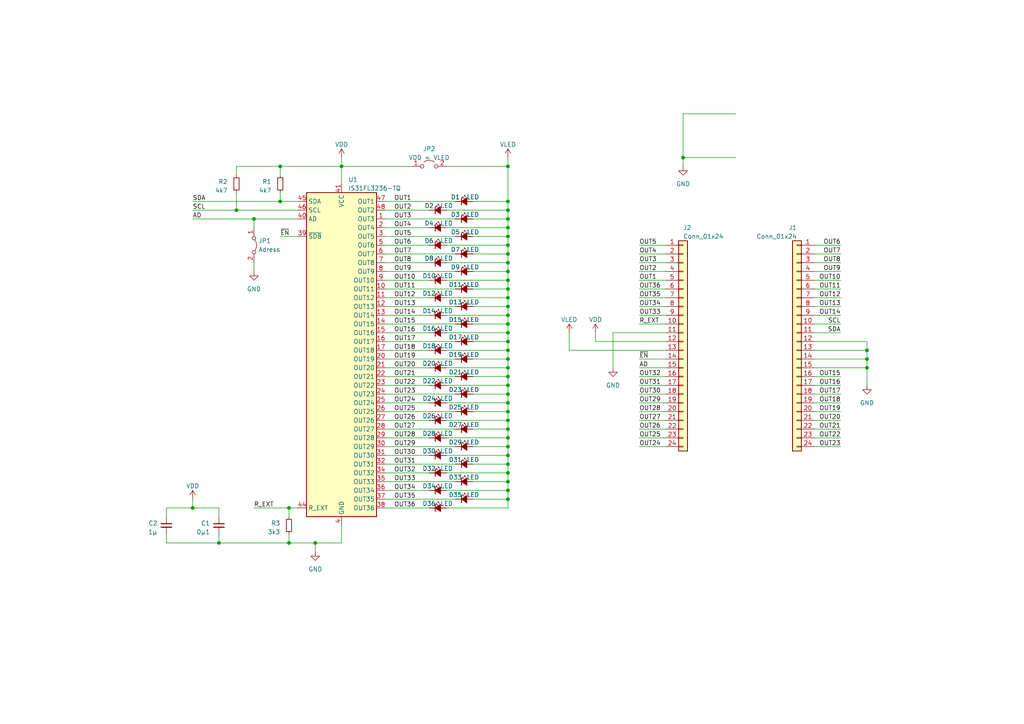
<source format=kicad_sch>
(kicad_sch (version 20230121) (generator eeschema)
  (paper "A4")
  (lib_symbols
    (symbol "Connector_Generic:Conn_01x24" (pin_names (offset 1.016) hide)
      (property "Reference" "J" (at 0 30.48 0))
      (property "Value" "Conn_01x24" (at 0 -33.02 0))
      (symbol "Conn_01x24_1_1"
        (rectangle (start -1.27 -30.353) (end 0 -30.607) (stroke (width 0.1524)))
        (rectangle (start -1.27 -27.813) (end 0 -28.067) (stroke (width 0.1524)))
        (rectangle (start -1.27 -25.273) (end 0 -25.527) (stroke (width 0.1524)))
        (rectangle (start -1.27 -22.733) (end 0 -22.987) (stroke (width 0.1524)))
        (rectangle (start -1.27 -20.193) (end 0 -20.447) (stroke (width 0.1524)))
        (rectangle (start -1.27 -17.653) (end 0 -17.907) (stroke (width 0.1524)))
        (rectangle (start -1.27 -15.113) (end 0 -15.367) (stroke (width 0.1524)))
        (rectangle (start -1.27 -12.573) (end 0 -12.827) (stroke (width 0.1524)))
        (rectangle (start -1.27 -10.033) (end 0 -10.287) (stroke (width 0.1524)))
        (rectangle (start -1.27 -7.493) (end 0 -7.747) (stroke (width 0.1524)))
        (rectangle (start -1.27 -4.953) (end 0 -5.207) (stroke (width 0.1524)))
        (rectangle (start -1.27 -2.413) (end 0 -2.667) (stroke (width 0.1524)))
        (rectangle (start -1.27 0.127) (end 0 -0.127) (stroke (width 0.1524)))
        (rectangle (start -1.27 2.667) (end 0 2.413) (stroke (width 0.1524)))
        (rectangle (start -1.27 5.207) (end 0 4.953) (stroke (width 0.1524)))
        (rectangle (start -1.27 7.747) (end 0 7.493) (stroke (width 0.1524)))
        (rectangle (start -1.27 10.287) (end 0 10.033) (stroke (width 0.1524)))
        (rectangle (start -1.27 12.827) (end 0 12.573) (stroke (width 0.1524)))
        (rectangle (start -1.27 15.367) (end 0 15.113) (stroke (width 0.1524)))
        (rectangle (start -1.27 17.907) (end 0 17.653) (stroke (width 0.1524)))
        (rectangle (start -1.27 20.447) (end 0 20.193) (stroke (width 0.1524)))
        (rectangle (start -1.27 22.987) (end 0 22.733) (stroke (width 0.1524)))
        (rectangle (start -1.27 25.527) (end 0 25.273) (stroke (width 0.1524)))
        (rectangle (start -1.27 28.067) (end 0 27.813) (stroke (width 0.1524)))
        (rectangle (start -1.27 29.21) (end 1.27 -31.75) (stroke (width 0.254)) (fill (type background)))
        (pin passive line (at -5.08 27.94 0) (length 3.81) (name "Pin_1") (number "1"))
        (pin passive line (at -5.08 5.08 0) (length 3.81) (name "Pin_10") (number "10"))
        (pin passive line (at -5.08 2.54 0) (length 3.81) (name "Pin_11") (number "11"))
        (pin passive line (at -5.08 0 0) (length 3.81) (name "Pin_12") (number "12"))
        (pin passive line (at -5.08 -2.54 0) (length 3.81) (name "Pin_13") (number "13"))
        (pin passive line (at -5.08 -5.08 0) (length 3.81) (name "Pin_14") (number "14"))
        (pin passive line (at -5.08 -7.62 0) (length 3.81) (name "Pin_15") (number "15"))
        (pin passive line (at -5.08 -10.16 0) (length 3.81) (name "Pin_16") (number "16"))
        (pin passive line (at -5.08 -12.7 0) (length 3.81) (name "Pin_17") (number "17"))
        (pin passive line (at -5.08 -15.24 0) (length 3.81) (name "Pin_18") (number "18"))
        (pin passive line (at -5.08 -17.78 0) (length 3.81) (name "Pin_19") (number "19"))
        (pin passive line (at -5.08 25.4 0) (length 3.81) (name "Pin_2") (number "2"))
        (pin passive line (at -5.08 -20.32 0) (length 3.81) (name "Pin_20") (number "20"))
        (pin passive line (at -5.08 -22.86 0) (length 3.81) (name "Pin_21") (number "21"))
        (pin passive line (at -5.08 -25.4 0) (length 3.81) (name "Pin_22") (number "22"))
        (pin passive line (at -5.08 -27.94 0) (length 3.81) (name "Pin_23") (number "23"))
        (pin passive line (at -5.08 -30.48 0) (length 3.81) (name "Pin_24") (number "24"))
        (pin passive line (at -5.08 22.86 0) (length 3.81) (name "Pin_3") (number "3"))
        (pin passive line (at -5.08 20.32 0) (length 3.81) (name "Pin_4") (number "4"))
        (pin passive line (at -5.08 17.78 0) (length 3.81) (name "Pin_5") (number "5"))
        (pin passive line (at -5.08 15.24 0) (length 3.81) (name "Pin_6") (number "6"))
        (pin passive line (at -5.08 12.7 0) (length 3.81) (name "Pin_7") (number "7"))
        (pin passive line (at -5.08 10.16 0) (length 3.81) (name "Pin_8") (number "8"))
        (pin passive line (at -5.08 7.62 0) (length 3.81) (name "Pin_9") (number "9"))
      )
    )
    (symbol "Device:C_Small" (pin_numbers hide) (pin_names (offset 0.254) hide)
      (property "Reference" "C" (at 0.254 1.778 0))
      (property "Value" "C_Small" (at 0.254 -2.032 0))
      (symbol "C_Small_0_1"
        (polyline (pts (xy -1.524 -0.508) (xy 1.524 -0.508)) (stroke (width 0.3302)))
        (polyline (pts (xy -1.524 0.508) (xy 1.524 0.508)) (stroke (width 0.3048)))
      )
      (symbol "C_Small_1_1"
        (pin passive line (at 0 2.54 270) (length 2.032) (name "~") (number "1"))
        (pin passive line (at 0 -2.54 90) (length 2.032) (name "~") (number "2"))
      )
    )
    (symbol "Device:LED_Small_Filled" (pin_numbers hide) (pin_names (offset 0.254) hide)
      (property "Reference" "D" (at -1.27 3.175 0))
      (property "Value" "LED_Small_Filled" (at -4.445 -2.54 0))
      (symbol "LED_Small_Filled_0_1"
        (polyline (pts (xy -0.762 -1.016) (xy -0.762 1.016)) (stroke (width 0.254)))
        (polyline (pts (xy 1.016 0) (xy -0.762 0)))
        (polyline (pts (xy 0.762 -1.016) (xy -0.762 0) (xy 0.762 1.016) (xy 0.762 -1.016)) (stroke (width 0.254)) (fill (type outline)))
        (polyline (pts (xy 0 0.762) (xy -0.508 1.27) (xy -0.254 1.27) (xy -0.508 1.27) (xy -0.508 1.016)))
        (polyline (pts (xy 0.508 1.27) (xy 0 1.778) (xy 0.254 1.778) (xy 0 1.778) (xy 0 1.524)))
      )
      (symbol "LED_Small_Filled_1_1"
        (pin passive line (at -2.54 0 0) (length 1.778) (name "K") (number "1"))
        (pin passive line (at 2.54 0 180) (length 1.778) (name "A") (number "2"))
      )
    )
    (symbol "Device:R_Small" (pin_numbers hide) (pin_names (offset 0.254) hide)
      (property "Reference" "R" (at 0.762 0.508 0))
      (property "Value" "R_Small" (at 0.762 -1.016 0))
      (symbol "R_Small_0_1"
        (rectangle (start -0.762 1.778) (end 0.762 -1.778) (stroke (width 0.2032)))
      )
      (symbol "R_Small_1_1"
        (pin passive line (at 0 2.54 270) (length 0.762) (name "~") (number "1"))
        (pin passive line (at 0 -2.54 90) (length 0.762) (name "~") (number "2"))
      )
    )
    (symbol "Driver_LED:IS31FL3236-TQ"
      (property "Reference" "U" (at -8.89 46.99 0))
      (property "Value" "IS31FL3236-TQ" (at 10.16 46.99 0))
      (symbol "IS31FL3236-TQ_0_1"
        (rectangle (start -10.16 45.72) (end 10.16 -48.26) (stroke (width 0.254)) (fill (type background)))
      )
      (symbol "IS31FL3236-TQ_1_1"
        (pin output line (at 12.7 38.1 180) (length 2.54) (name "OUT3") (number "1"))
        (pin output line (at 12.7 17.78 180) (length 2.54) (name "OUT11") (number "10"))
        (pin output line (at 12.7 15.24 180) (length 2.54) (name "OUT12") (number "11"))
        (pin output line (at 12.7 12.7 180) (length 2.54) (name "OUT13") (number "12"))
        (pin output line (at 12.7 10.16 180) (length 2.54) (name "OUT14") (number "13"))
        (pin output line (at 12.7 7.62 180) (length 2.54) (name "OUT15") (number "14"))
        (pin output line (at 12.7 5.08 180) (length 2.54) (name "OUT16") (number "15"))
        (pin output line (at 12.7 2.54 180) (length 2.54) (name "OUT17") (number "16"))
        (pin output line (at 12.7 0 180) (length 2.54) (name "OUT18") (number "17"))
        (pin passive line (at 0 -50.8 90) (length 2.54) hide (name "GND") (number "18"))
        (pin passive line (at 0 -50.8 90) (length 2.54) hide (name "GND") (number "19"))
        (pin output line (at 12.7 35.56 180) (length 2.54) (name "OUT4") (number "2"))
        (pin output line (at 12.7 -2.54 180) (length 2.54) (name "OUT19") (number "20"))
        (pin output line (at 12.7 -5.08 180) (length 2.54) (name "OUT20") (number "21"))
        (pin output line (at 12.7 -7.62 180) (length 2.54) (name "OUT21") (number "22"))
        (pin output line (at 12.7 -10.16 180) (length 2.54) (name "OUT22") (number "23"))
        (pin output line (at 12.7 -12.7 180) (length 2.54) (name "OUT23") (number "24"))
        (pin output line (at 12.7 -15.24 180) (length 2.54) (name "OUT24") (number "25"))
        (pin output line (at 12.7 -17.78 180) (length 2.54) (name "OUT25") (number "26"))
        (pin output line (at 12.7 -20.32 180) (length 2.54) (name "OUT26") (number "27"))
        (pin output line (at 12.7 -22.86 180) (length 2.54) (name "OUT27") (number "28"))
        (pin output line (at 12.7 -25.4 180) (length 2.54) (name "OUT28") (number "29"))
        (pin output line (at 12.7 33.02 180) (length 2.54) (name "OUT5") (number "3"))
        (pin output line (at 12.7 -27.94 180) (length 2.54) (name "OUT29") (number "30"))
        (pin output line (at 12.7 -30.48 180) (length 2.54) (name "OUT30") (number "31"))
        (pin output line (at 12.7 -33.02 180) (length 2.54) (name "OUT31") (number "32"))
        (pin passive line (at 0 -50.8 90) (length 2.54) hide (name "GND") (number "33"))
        (pin output line (at 12.7 -35.56 180) (length 2.54) (name "OUT32") (number "34"))
        (pin output line (at 12.7 -38.1 180) (length 2.54) (name "OUT33") (number "35"))
        (pin output line (at 12.7 -40.64 180) (length 2.54) (name "OUT34") (number "36"))
        (pin output line (at 12.7 -43.18 180) (length 2.54) (name "OUT35") (number "37"))
        (pin output line (at 12.7 -45.72 180) (length 2.54) (name "OUT36") (number "38"))
        (pin input line (at -12.7 33.02 0) (length 2.54) (name "~{SDB}") (number "39"))
        (pin power_in line (at 0 -50.8 90) (length 2.54) (name "GND") (number "4"))
        (pin input line (at -12.7 38.1 0) (length 2.54) (name "AD") (number "40"))
        (pin power_in line (at 0 48.26 270) (length 2.54) (name "VCC") (number "41"))
        (pin passive line (at 0 -50.8 90) (length 2.54) hide (name "GND") (number "42"))
        (pin passive line (at 0 -50.8 90) (length 2.54) hide (name "GND") (number "43"))
        (pin passive line (at -12.7 -45.72 0) (length 2.54) (name "R_EXT") (number "44"))
        (pin open_collector line (at -12.7 43.18 0) (length 2.54) (name "SDA") (number "45"))
        (pin input line (at -12.7 40.64 0) (length 2.54) (name "SCL") (number "46"))
        (pin output line (at 12.7 43.18 180) (length 2.54) (name "OUT1") (number "47"))
        (pin output line (at 12.7 40.64 180) (length 2.54) (name "OUT2") (number "48"))
        (pin passive line (at 0 -50.8 90) (length 2.54) hide (name "GND") (number "49"))
        (pin output line (at 12.7 30.48 180) (length 2.54) (name "OUT6") (number "5"))
        (pin output line (at 12.7 27.94 180) (length 2.54) (name "OUT7") (number "6"))
        (pin output line (at 12.7 25.4 180) (length 2.54) (name "OUT8") (number "7"))
        (pin output line (at 12.7 22.86 180) (length 2.54) (name "OUT9") (number "8"))
        (pin output line (at 12.7 20.32 180) (length 2.54) (name "OUT10") (number "9"))
      )
    )
    (symbol "Jumper:Jumper_2_Bridged" (pin_names (offset 0) hide)
      (property "Reference" "JP" (at 0 1.905 0))
      (property "Value" "Jumper_2_Bridged" (at 0 -2.54 0))
      (symbol "Jumper_2_Bridged_0_0"
        (circle (center -2.032 0) (radius 0.508))
        (circle (center 2.032 0) (radius 0.508))
      )
      (symbol "Jumper_2_Bridged_0_1"
        (arc (start 1.524 0.254) (mid 0 0.762) (end -1.524 0.254))
      )
      (symbol "Jumper_2_Bridged_1_1"
        (pin passive line (at -5.08 0 0) (length 2.54) (name "A") (number "1"))
        (pin passive line (at 5.08 0 180) (length 2.54) (name "B") (number "2"))
      )
    )
    (symbol "Jumper:Jumper_2_Open" (pin_names (offset 0) hide)
      (property "Reference" "JP" (at 0 2.794 0))
      (property "Value" "Jumper_2_Open" (at 0 -2.286 0))
      (symbol "Jumper_2_Open_0_0"
        (circle (center -2.032 0) (radius 0.508))
        (circle (center 2.032 0) (radius 0.508))
      )
      (symbol "Jumper_2_Open_0_1"
        (arc (start 1.524 1.27) (mid 0 1.778) (end -1.524 1.27))
      )
      (symbol "Jumper_2_Open_1_1"
        (pin passive line (at -5.08 0 0) (length 2.54) (name "A") (number "1"))
        (pin passive line (at 5.08 0 180) (length 2.54) (name "B") (number "2"))
      )
    )
    (symbol "power:GND" (power) (pin_names (offset 0))
      (property "Value" "GND" (at 0 -3.81 0))
      (symbol "GND_0_1"
        (polyline (pts (xy 0 0) (xy 0 -1.27) (xy 1.27 -1.27) (xy 0 -2.54) (xy -1.27 -1.27) (xy 0 -1.27)))
      )
      (symbol "GND_1_1"
        (pin power_in line (at 0 0 270) (length 0) hide (name "GND") (number "1"))
      )
    )
    (symbol "power:VBUS" (power) (pin_names (offset 0))
      (property "Value" "VLED" (at 0 3.81 0))
      (symbol "VBUS_0_1"
        (polyline (pts (xy -0.762 1.27) (xy 0 2.54)))
        (polyline (pts (xy 0 0) (xy 0 2.54)))
        (polyline (pts (xy 0 2.54) (xy 0.762 1.27)))
      )
      (symbol "VBUS_1_1"
        (pin power_in line (at 0 0 90) (length 0) hide (name "VLED") (number "1"))
      )
    )
    (symbol "power:VDD" (power) (pin_names (offset 0))
      (property "Value" "VDD" (at 0 3.81 0))
      (symbol "VDD_0_1"
        (polyline (pts (xy -0.762 1.27) (xy 0 2.54)))
        (polyline (pts (xy 0 0) (xy 0 2.54)))
        (polyline (pts (xy 0 2.54) (xy 0.762 1.27)))
      )
      (symbol "VDD_1_1"
        (pin power_in line (at 0 0 90) (length 0) hide (name "VDD") (number "1"))
      )
    )
  )
  (junction (at 147.32 93.98))
  (junction (at 55.88 147.32))
  (junction (at 147.32 104.14))
  (junction (at 147.32 88.9))
  (junction (at 83.82 157.48))
  (junction (at 198.12 45.72))
  (junction (at 147.32 71.12))
  (junction (at 147.32 142.24))
  (junction (at 147.32 106.68))
  (junction (at 147.32 121.92))
  (junction (at 68.58 60.96))
  (junction (at 147.32 137.16))
  (junction (at 147.32 78.74))
  (junction (at 251.46 101.6))
  (junction (at 147.32 83.82))
  (junction (at 147.32 144.78))
  (junction (at 147.32 129.54))
  (junction (at 147.32 132.08))
  (junction (at 147.32 114.3))
  (junction (at 147.32 91.44))
  (junction (at 147.32 96.52))
  (junction (at 147.32 116.84))
  (junction (at 147.32 124.46))
  (junction (at 81.28 58.42))
  (junction (at 91.44 157.48))
  (junction (at 147.32 60.96))
  (junction (at 147.32 109.22))
  (junction (at 147.32 86.36))
  (junction (at 147.32 111.76))
  (junction (at 147.32 63.5))
  (junction (at 63.5 157.48))
  (junction (at 147.32 99.06))
  (junction (at 147.32 134.62))
  (junction (at 147.32 81.28))
  (junction (at 147.32 139.7))
  (junction (at 147.32 48.26))
  (junction (at 147.32 66.04))
  (junction (at 147.32 127))
  (junction (at 83.82 147.32))
  (junction (at 99.06 48.26))
  (junction (at 147.32 68.58))
  (junction (at 147.32 58.42))
  (junction (at 147.32 119.38))
  (junction (at 73.66 63.5))
  (junction (at 147.32 73.66))
  (junction (at 147.32 76.2))
  (junction (at 251.46 104.14))
  (junction (at 81.28 48.26))
  (junction (at 251.46 106.68))
  (junction (at 147.32 101.6))
  (wire (pts (xy 91.44 157.48) (xy 91.44 160.02)))
  (wire (pts (xy 185.42 71.12) (xy 193.04 71.12)))
  (wire (pts (xy 147.32 86.36) (xy 147.32 83.82)))
  (wire (pts (xy 213.36 45.72) (xy 198.12 45.72)))
  (wire (pts (xy 111.76 106.68) (xy 124.46 106.68)))
  (wire (pts (xy 111.76 134.62) (xy 132.08 134.62)))
  (wire (pts (xy 48.26 147.32) (xy 55.88 147.32)))
  (wire (pts (xy 55.88 60.96) (xy 68.58 60.96)))
  (wire (pts (xy 193.04 121.92) (xy 185.42 121.92)))
  (wire (pts (xy 137.16 88.9) (xy 147.32 88.9)))
  (wire (pts (xy 147.32 71.12) (xy 147.32 68.58)))
  (wire (pts (xy 147.32 88.9) (xy 147.32 86.36)))
  (wire (pts (xy 243.84 109.22) (xy 236.22 109.22)))
  (wire (pts (xy 129.54 137.16) (xy 147.32 137.16)))
  (wire (pts (xy 55.88 147.32) (xy 63.5 147.32)))
  (wire (pts (xy 185.42 129.54) (xy 193.04 129.54)))
  (wire (pts (xy 111.76 83.82) (xy 132.08 83.82)))
  (wire (pts (xy 111.76 116.84) (xy 124.46 116.84)))
  (wire (pts (xy 111.76 71.12) (xy 124.46 71.12)))
  (wire (pts (xy 147.32 116.84) (xy 147.32 114.3)))
  (wire (pts (xy 111.76 132.08) (xy 124.46 132.08)))
  (wire (pts (xy 185.42 73.66) (xy 193.04 73.66)))
  (wire (pts (xy 63.5 157.48) (xy 83.82 157.48)))
  (wire (pts (xy 111.76 142.24) (xy 124.46 142.24)))
  (wire (pts (xy 129.54 121.92) (xy 147.32 121.92)))
  (wire (pts (xy 147.32 132.08) (xy 147.32 129.54)))
  (wire (pts (xy 137.16 78.74) (xy 147.32 78.74)))
  (wire (pts (xy 251.46 99.06) (xy 251.46 101.6)))
  (wire (pts (xy 83.82 147.32) (xy 83.82 149.86)))
  (wire (pts (xy 193.04 86.36) (xy 185.42 86.36)))
  (wire (pts (xy 48.26 157.48) (xy 63.5 157.48)))
  (wire (pts (xy 111.76 60.96) (xy 124.46 60.96)))
  (wire (pts (xy 111.76 99.06) (xy 132.08 99.06)))
  (wire (pts (xy 111.76 81.28) (xy 124.46 81.28)))
  (wire (pts (xy 193.04 91.44) (xy 185.42 91.44)))
  (wire (pts (xy 81.28 58.42) (xy 86.36 58.42)))
  (wire (pts (xy 185.42 78.74) (xy 193.04 78.74)))
  (wire (pts (xy 81.28 50.8) (xy 81.28 48.26)))
  (wire (pts (xy 147.32 106.68) (xy 147.32 104.14)))
  (wire (pts (xy 55.88 63.5) (xy 73.66 63.5)))
  (wire (pts (xy 111.76 147.32) (xy 124.46 147.32)))
  (wire (pts (xy 111.76 124.46) (xy 132.08 124.46)))
  (wire (pts (xy 236.22 129.54) (xy 243.84 129.54)))
  (wire (pts (xy 147.32 119.38) (xy 147.32 116.84)))
  (wire (pts (xy 147.32 73.66) (xy 147.32 71.12)))
  (wire (pts (xy 73.66 63.5) (xy 73.66 66.04)))
  (wire (pts (xy 243.84 76.2) (xy 236.22 76.2)))
  (wire (pts (xy 55.88 58.42) (xy 81.28 58.42)))
  (wire (pts (xy 147.32 104.14) (xy 147.32 101.6)))
  (wire (pts (xy 48.26 147.32) (xy 48.26 149.86)))
  (wire (pts (xy 147.32 121.92) (xy 147.32 119.38)))
  (wire (pts (xy 137.16 129.54) (xy 147.32 129.54)))
  (wire (pts (xy 147.32 144.78) (xy 147.32 142.24)))
  (wire (pts (xy 236.22 101.6) (xy 251.46 101.6)))
  (wire (pts (xy 111.76 139.7) (xy 132.08 139.7)))
  (wire (pts (xy 73.66 147.32) (xy 83.82 147.32)))
  (wire (pts (xy 99.06 157.48) (xy 91.44 157.48)))
  (wire (pts (xy 243.84 116.84) (xy 236.22 116.84)))
  (wire (pts (xy 111.76 111.76) (xy 124.46 111.76)))
  (wire (pts (xy 147.32 66.04) (xy 147.32 63.5)))
  (wire (pts (xy 243.84 96.52) (xy 236.22 96.52)))
  (wire (pts (xy 86.36 147.32) (xy 83.82 147.32)))
  (wire (pts (xy 147.32 48.26) (xy 147.32 45.72)))
  (wire (pts (xy 137.16 68.58) (xy 147.32 68.58)))
  (wire (pts (xy 99.06 48.26) (xy 119.38 48.26)))
  (wire (pts (xy 147.32 137.16) (xy 147.32 134.62)))
  (wire (pts (xy 137.16 83.82) (xy 147.32 83.82)))
  (wire (pts (xy 147.32 78.74) (xy 147.32 76.2)))
  (wire (pts (xy 147.32 60.96) (xy 147.32 58.42)))
  (wire (pts (xy 63.5 149.86) (xy 63.5 147.32)))
  (wire (pts (xy 137.16 63.5) (xy 147.32 63.5)))
  (wire (pts (xy 236.22 124.46) (xy 243.84 124.46)))
  (wire (pts (xy 147.32 101.6) (xy 147.32 99.06)))
  (wire (pts (xy 48.26 154.94) (xy 48.26 157.48)))
  (wire (pts (xy 137.16 99.06) (xy 147.32 99.06)))
  (wire (pts (xy 213.36 33.02) (xy 198.12 33.02)))
  (wire (pts (xy 185.42 81.28) (xy 193.04 81.28)))
  (wire (pts (xy 111.76 127) (xy 124.46 127)))
  (wire (pts (xy 137.16 139.7) (xy 147.32 139.7)))
  (wire (pts (xy 147.32 68.58) (xy 147.32 66.04)))
  (wire (pts (xy 111.76 78.74) (xy 132.08 78.74)))
  (wire (pts (xy 236.22 119.38) (xy 243.84 119.38)))
  (wire (pts (xy 111.76 86.36) (xy 124.46 86.36)))
  (wire (pts (xy 147.32 96.52) (xy 147.32 93.98)))
  (wire (pts (xy 147.32 83.82) (xy 147.32 81.28)))
  (wire (pts (xy 147.32 142.24) (xy 147.32 139.7)))
  (wire (pts (xy 111.76 104.14) (xy 132.08 104.14)))
  (wire (pts (xy 193.04 116.84) (xy 185.42 116.84)))
  (wire (pts (xy 129.54 142.24) (xy 147.32 142.24)))
  (wire (pts (xy 99.06 152.4) (xy 99.06 157.48)))
  (wire (pts (xy 147.32 127) (xy 147.32 124.46)))
  (wire (pts (xy 111.76 63.5) (xy 132.08 63.5)))
  (wire (pts (xy 193.04 114.3) (xy 185.42 114.3)))
  (wire (pts (xy 73.66 76.2) (xy 73.66 78.74)))
  (wire (pts (xy 251.46 104.14) (xy 251.46 106.68)))
  (wire (pts (xy 165.1 101.6) (xy 193.04 101.6)))
  (wire (pts (xy 147.32 99.06) (xy 147.32 96.52)))
  (wire (pts (xy 83.82 157.48) (xy 83.82 154.94)))
  (wire (pts (xy 137.16 114.3) (xy 147.32 114.3)))
  (wire (pts (xy 193.04 111.76) (xy 185.42 111.76)))
  (wire (pts (xy 129.54 101.6) (xy 147.32 101.6)))
  (wire (pts (xy 81.28 68.58) (xy 86.36 68.58)))
  (wire (pts (xy 129.54 116.84) (xy 147.32 116.84)))
  (wire (pts (xy 111.76 93.98) (xy 132.08 93.98)))
  (wire (pts (xy 68.58 60.96) (xy 68.58 55.88)))
  (wire (pts (xy 147.32 58.42) (xy 147.32 48.26)))
  (wire (pts (xy 129.54 60.96) (xy 147.32 60.96)))
  (wire (pts (xy 137.16 73.66) (xy 147.32 73.66)))
  (wire (pts (xy 111.76 58.42) (xy 132.08 58.42)))
  (wire (pts (xy 129.54 132.08) (xy 147.32 132.08)))
  (wire (pts (xy 193.04 83.82) (xy 185.42 83.82)))
  (wire (pts (xy 137.16 124.46) (xy 147.32 124.46)))
  (wire (pts (xy 236.22 121.92) (xy 243.84 121.92)))
  (wire (pts (xy 137.16 58.42) (xy 147.32 58.42)))
  (wire (pts (xy 111.76 76.2) (xy 124.46 76.2)))
  (wire (pts (xy 137.16 119.38) (xy 147.32 119.38)))
  (wire (pts (xy 129.54 106.68) (xy 147.32 106.68)))
  (wire (pts (xy 147.32 139.7) (xy 147.32 137.16)))
  (wire (pts (xy 129.54 71.12) (xy 147.32 71.12)))
  (wire (pts (xy 111.76 73.66) (xy 132.08 73.66)))
  (wire (pts (xy 177.8 96.52) (xy 177.8 106.68)))
  (wire (pts (xy 147.32 147.32) (xy 147.32 144.78)))
  (wire (pts (xy 111.76 119.38) (xy 132.08 119.38)))
  (wire (pts (xy 129.54 66.04) (xy 147.32 66.04)))
  (wire (pts (xy 111.76 137.16) (xy 124.46 137.16)))
  (wire (pts (xy 147.32 91.44) (xy 147.32 88.9)))
  (wire (pts (xy 129.54 76.2) (xy 147.32 76.2)))
  (wire (pts (xy 243.84 78.74) (xy 236.22 78.74)))
  (wire (pts (xy 111.76 109.22) (xy 132.08 109.22)))
  (wire (pts (xy 147.32 134.62) (xy 147.32 132.08)))
  (wire (pts (xy 147.32 129.54) (xy 147.32 127)))
  (wire (pts (xy 111.76 91.44) (xy 124.46 91.44)))
  (wire (pts (xy 111.76 68.58) (xy 132.08 68.58)))
  (wire (pts (xy 129.54 48.26) (xy 147.32 48.26)))
  (wire (pts (xy 165.1 96.52) (xy 165.1 101.6)))
  (wire (pts (xy 236.22 127) (xy 243.84 127)))
  (wire (pts (xy 111.76 66.04) (xy 124.46 66.04)))
  (wire (pts (xy 172.72 96.52) (xy 172.72 99.06)))
  (wire (pts (xy 147.32 114.3) (xy 147.32 111.76)))
  (wire (pts (xy 129.54 81.28) (xy 147.32 81.28)))
  (wire (pts (xy 81.28 48.26) (xy 99.06 48.26)))
  (wire (pts (xy 111.76 114.3) (xy 132.08 114.3)))
  (wire (pts (xy 251.46 101.6) (xy 251.46 104.14)))
  (wire (pts (xy 86.36 60.96) (xy 68.58 60.96)))
  (wire (pts (xy 243.84 71.12) (xy 236.22 71.12)))
  (wire (pts (xy 147.32 124.46) (xy 147.32 121.92)))
  (wire (pts (xy 81.28 55.88) (xy 81.28 58.42)))
  (wire (pts (xy 147.32 111.76) (xy 147.32 109.22)))
  (wire (pts (xy 137.16 93.98) (xy 147.32 93.98)))
  (wire (pts (xy 137.16 104.14) (xy 147.32 104.14)))
  (wire (pts (xy 137.16 144.78) (xy 147.32 144.78)))
  (wire (pts (xy 55.88 144.78) (xy 55.88 147.32)))
  (wire (pts (xy 63.5 157.48) (xy 63.5 154.94)))
  (wire (pts (xy 147.32 109.22) (xy 147.32 106.68)))
  (wire (pts (xy 193.04 106.68) (xy 185.42 106.68)))
  (wire (pts (xy 193.04 119.38) (xy 185.42 119.38)))
  (wire (pts (xy 129.54 96.52) (xy 147.32 96.52)))
  (wire (pts (xy 147.32 93.98) (xy 147.32 91.44)))
  (wire (pts (xy 193.04 104.14) (xy 185.42 104.14)))
  (wire (pts (xy 193.04 109.22) (xy 185.42 109.22)))
  (wire (pts (xy 129.54 147.32) (xy 147.32 147.32)))
  (wire (pts (xy 243.84 111.76) (xy 236.22 111.76)))
  (wire (pts (xy 129.54 91.44) (xy 147.32 91.44)))
  (wire (pts (xy 111.76 121.92) (xy 124.46 121.92)))
  (wire (pts (xy 111.76 88.9) (xy 132.08 88.9)))
  (wire (pts (xy 236.22 104.14) (xy 251.46 104.14)))
  (wire (pts (xy 129.54 86.36) (xy 147.32 86.36)))
  (wire (pts (xy 243.84 114.3) (xy 236.22 114.3)))
  (wire (pts (xy 243.84 86.36) (xy 236.22 86.36)))
  (wire (pts (xy 193.04 124.46) (xy 185.42 124.46)))
  (wire (pts (xy 91.44 157.48) (xy 83.82 157.48)))
  (wire (pts (xy 251.46 106.68) (xy 251.46 111.76)))
  (wire (pts (xy 243.84 73.66) (xy 236.22 73.66)))
  (wire (pts (xy 193.04 88.9) (xy 185.42 88.9)))
  (wire (pts (xy 147.32 81.28) (xy 147.32 78.74)))
  (wire (pts (xy 236.22 99.06) (xy 251.46 99.06)))
  (wire (pts (xy 198.12 45.72) (xy 198.12 48.26)))
  (wire (pts (xy 147.32 76.2) (xy 147.32 73.66)))
  (wire (pts (xy 185.42 93.98) (xy 193.04 93.98)))
  (wire (pts (xy 137.16 109.22) (xy 147.32 109.22)))
  (wire (pts (xy 111.76 96.52) (xy 124.46 96.52)))
  (wire (pts (xy 172.72 99.06) (xy 193.04 99.06)))
  (wire (pts (xy 99.06 48.26) (xy 99.06 53.34)))
  (wire (pts (xy 111.76 144.78) (xy 132.08 144.78)))
  (wire (pts (xy 68.58 50.8) (xy 68.58 48.26)))
  (wire (pts (xy 99.06 45.72) (xy 99.06 48.26)))
  (wire (pts (xy 147.32 63.5) (xy 147.32 60.96)))
  (wire (pts (xy 243.84 93.98) (xy 236.22 93.98)))
  (wire (pts (xy 243.84 88.9) (xy 236.22 88.9)))
  (wire (pts (xy 129.54 111.76) (xy 147.32 111.76)))
  (wire (pts (xy 68.58 48.26) (xy 81.28 48.26)))
  (wire (pts (xy 73.66 63.5) (xy 86.36 63.5)))
  (wire (pts (xy 129.54 127) (xy 147.32 127)))
  (wire (pts (xy 243.84 83.82) (xy 236.22 83.82)))
  (wire (pts (xy 236.22 106.68) (xy 251.46 106.68)))
  (wire (pts (xy 243.84 81.28) (xy 236.22 81.28)))
  (wire (pts (xy 243.84 91.44) (xy 236.22 91.44)))
  (wire (pts (xy 137.16 134.62) (xy 147.32 134.62)))
  (wire (pts (xy 193.04 96.52) (xy 177.8 96.52)))
  (wire (pts (xy 185.42 76.2) (xy 193.04 76.2)))
  (wire (pts (xy 193.04 127) (xy 185.42 127)))
  (wire (pts (xy 111.76 101.6) (xy 124.46 101.6)))
  (wire (pts (xy 198.12 33.02) (xy 198.12 45.72)))
  (wire (pts (xy 111.76 129.54) (xy 132.08 129.54)))
  (label "OUT32" (at 114.3 137.16 0))
  (label "OUT18" (at 243.84 116.84 180))
  (label "OUT5" (at 114.3 68.58 0))
  (label "OUT9" (at 114.3 78.74 0))
  (label "OUT14" (at 114.3 91.44 0))
  (label "OUT6" (at 114.3 71.12 0))
  (label "OUT26" (at 185.42 124.46 0))
  (label "OUT29" (at 114.3 129.54 0))
  (label "OUT17" (at 243.84 114.3 180))
  (label "OUT15" (at 114.3 93.98 0))
  (label "OUT20" (at 243.84 121.92 180))
  (label "OUT13" (at 243.84 88.9 180))
  (label "OUT16" (at 114.3 96.52 0))
  (label "OUT34" (at 114.3 142.24 0))
  (label "OUT25" (at 114.3 119.38 0))
  (label "OUT36" (at 185.42 83.82 0))
  (label "OUT27" (at 185.42 121.92 0))
  (label "OUT22" (at 114.3 111.76 0))
  (label "OUT31" (at 185.42 111.76 0))
  (label "OUT16" (at 243.84 111.76 180))
  (label "OUT18" (at 114.3 101.6 0))
  (label "SCL" (at 243.84 93.98 180))
  (label "OUT24" (at 114.3 116.84 0))
  (label "OUT25" (at 185.42 127 0))
  (label "OUT21" (at 243.84 124.46 180))
  (label "OUT28" (at 114.3 127 0))
  (label "R_EXT" (at 185.42 93.98 0))
  (label "SCL" (at 55.88 60.96 0))
  (label "OUT10" (at 114.3 81.28 0))
  (label "OUT11" (at 114.3 83.82 0))
  (label "OUT7" (at 114.3 73.66 0))
  (label "OUT17" (at 114.3 99.06 0))
  (label "OUT28" (at 185.42 119.38 0))
  (label "OUT15" (at 243.84 109.22 180))
  (label "OUT10" (at 243.84 81.28 180))
  (label "AD" (at 185.42 106.68 0))
  (label "OUT5" (at 185.42 71.12 0))
  (label "OUT29" (at 185.42 116.84 0))
  (label "OUT1" (at 114.3 58.42 0))
  (label "OUT9" (at 243.84 78.74 180))
  (label "OUT35" (at 114.3 144.78 0))
  (label "OUT3" (at 114.3 63.5 0))
  (label "OUT11" (at 243.84 83.82 180))
  (label "OUT2" (at 114.3 60.96 0))
  (label "SDA" (at 55.88 58.42 0))
  (label "OUT30" (at 185.42 114.3 0))
  (label "OUT23" (at 243.84 129.54 180))
  (label "OUT24" (at 185.42 129.54 0))
  (label "OUT3" (at 185.42 76.2 0))
  (label "OUT35" (at 185.42 86.36 0))
  (label "~{EN}" (at 81.28 68.58 0))
  (label "OUT20" (at 114.3 106.68 0))
  (label "OUT33" (at 185.42 91.44 0))
  (label "OUT34" (at 185.42 88.9 0))
  (label "OUT1" (at 185.42 81.28 0))
  (label "OUT8" (at 114.3 76.2 0))
  (label "OUT31" (at 114.3 134.62 0))
  (label "OUT23" (at 114.3 114.3 0))
  (label "OUT2" (at 185.42 78.74 0))
  (label "AD" (at 55.88 63.5 0))
  (label "OUT7" (at 243.84 73.66 180))
  (label "OUT21" (at 114.3 109.22 0))
  (label "~{EN}" (at 185.42 104.14 0))
  (label "OUT12" (at 243.84 86.36 180))
  (label "OUT32" (at 185.42 109.22 0))
  (label "OUT22" (at 243.84 127 180))
  (label "OUT27" (at 114.3 124.46 0))
  (label "OUT19" (at 243.84 119.38 180))
  (label "OUT12" (at 114.3 86.36 0))
  (label "SDA" (at 243.84 96.52 180))
  (label "OUT36" (at 114.3 147.32 0))
  (label "OUT14" (at 243.84 91.44 180))
  (label "OUT8" (at 243.84 76.2 180))
  (label "OUT30" (at 114.3 132.08 0))
  (label "OUT13" (at 114.3 88.9 0))
  (label "OUT6" (at 243.84 71.12 180))
  (label "OUT19" (at 114.3 104.14 0))
  (label "OUT4" (at 114.3 66.04 0))
  (label "OUT4" (at 185.42 73.66 0))
  (label "OUT26" (at 114.3 121.92 0))
  (label "OUT33" (at 114.3 139.7 0))
  (label "R_EXT" (at 73.66 147.32 0))
  (symbol (lib_id "Device:LED_Small_Filled") (at 134.62 114.3 0) (unit 1)
    (property "Reference" "D23" (at 132.08 113.03 0))
    (property "Value" "LED" (at 137.16 113.03 0))
    (property "Footprint" "Diode_SMD:D_1206_3216Metric_Pad1.42x1.75mm_HandSolder" (effects hide))
  )
  (symbol (lib_id "Device:LED_Small_Filled") (at 134.62 63.5 0) (unit 1)
    (property "Reference" "D3" (at 132.08 62.23 0))
    (property "Value" "LED" (at 137.16 62.23 0))
    (property "Footprint" "Diode_SMD:D_1206_3216Metric_Pad1.42x1.75mm_HandSolder" (effects hide))
  )
  (symbol (lib_id "Device:LED_Small_Filled") (at 134.62 129.54 0) (unit 1)
    (property "Reference" "D29" (at 132.08 128.27 0))
    (property "Value" "LED" (at 137.16 128.27 0))
    (property "Footprint" "Diode_SMD:D_1206_3216Metric_Pad1.42x1.75mm_HandSolder" (effects hide))
  )
  (symbol (lib_id "Device:LED_Small_Filled") (at 134.62 139.7 0) (unit 1)
    (property "Reference" "D33" (at 132.08 138.43 0))
    (property "Value" "LED" (at 137.16 138.43 0))
    (property "Footprint" "Diode_SMD:D_1206_3216Metric_Pad1.42x1.75mm_HandSolder" (effects hide))
  )
  (symbol (lib_id "Device:LED_Small_Filled") (at 134.62 119.38 0) (unit 1)
    (property "Reference" "D25" (at 132.08 118.11 0))
    (property "Value" "LED" (at 137.16 118.11 0))
    (property "Footprint" "Diode_SMD:D_1206_3216Metric_Pad1.42x1.75mm_HandSolder" (effects hide))
  )
  (symbol (lib_id "Device:LED_Small_Filled") (at 134.62 109.22 0) (unit 1)
    (property "Reference" "D21" (at 132.08 107.95 0))
    (property "Value" "LED" (at 137.16 107.95 0))
    (property "Footprint" "Diode_SMD:D_1206_3216Metric_Pad1.42x1.75mm_HandSolder" (effects hide))
  )
  (symbol (lib_id "Device:LED_Small_Filled") (at 134.62 99.06 0) (unit 1)
    (property "Reference" "D17" (at 132.08 97.79 0))
    (property "Value" "LED" (at 137.16 97.79 0))
    (property "Footprint" "Diode_SMD:D_1206_3216Metric_Pad1.42x1.75mm_HandSolder" (effects hide))
  )
  (symbol (lib_id "Device:LED_Small_Filled") (at 134.62 58.42 0) (unit 1)
    (property "Reference" "D1" (at 132.08 57.15 0))
    (property "Value" "LED" (at 137.16 57.15 0))
    (property "Footprint" "Diode_SMD:D_1206_3216Metric_Pad1.42x1.75mm_HandSolder" (effects hide))
  )
  (symbol (lib_id "Device:LED_Small_Filled") (at 127 127 0) (unit 1)
    (property "Reference" "D28" (at 124.46 125.73 0))
    (property "Value" "LED" (at 129.54 125.73 0))
    (property "Footprint" "Diode_SMD:D_1206_3216Metric_Pad1.42x1.75mm_HandSolder" (effects hide))
  )
  (symbol (lib_id "Device:LED_Small_Filled") (at 134.62 124.46 0) (unit 1)
    (property "Reference" "D27" (at 132.08 123.19 0))
    (property "Value" "LED" (at 137.16 123.19 0))
    (property "Footprint" "Diode_SMD:D_1206_3216Metric_Pad1.42x1.75mm_HandSolder" (effects hide))
  )
  (symbol (lib_id "power:GND") (at 91.44 160.02 0) (unit 1)
    (property "Reference" "#PWR02" (effects hide))
    (property "Value" "GND" (at 91.44 165.1 0))
  )
  (symbol (lib_id "Device:LED_Small_Filled") (at 127 147.32 0) (unit 1)
    (property "Reference" "D36" (at 124.46 146.05 0))
    (property "Value" "LED" (at 129.54 146.05 0))
    (property "Footprint" "Diode_SMD:D_1206_3216Metric_Pad1.42x1.75mm_HandSolder" (effects hide))
  )
  (symbol (lib_id "Device:LED_Small_Filled") (at 127 71.12 0) (unit 1)
    (property "Reference" "D6" (at 124.46 69.85 0))
    (property "Value" "LED" (at 129.54 69.85 0))
    (property "Footprint" "Diode_SMD:D_1206_3216Metric_Pad1.42x1.75mm_HandSolder" (effects hide))
  )
  (symbol (lib_id "Device:LED_Small_Filled") (at 134.62 73.66 0) (unit 1)
    (property "Reference" "D7" (at 132.08 72.39 0))
    (property "Value" "LED" (at 137.16 72.39 0))
    (property "Footprint" "Diode_SMD:D_1206_3216Metric_Pad1.42x1.75mm_HandSolder" (effects hide))
  )
  (symbol (lib_id "Device:LED_Small_Filled") (at 134.62 93.98 0) (unit 1)
    (property "Reference" "D15" (at 132.08 92.71 0))
    (property "Value" "LED" (at 137.16 92.71 0))
    (property "Footprint" "Diode_SMD:D_1206_3216Metric_Pad1.42x1.75mm_HandSolder" (effects hide))
  )
  (symbol (lib_id "power:VDD") (at 99.06 45.72 0) (unit 1)
    (property "Reference" "#PWR03" (effects hide))
    (property "Value" "VDD" (at 99.06 41.91 0))
  )
  (symbol (lib_id "Device:R_Small") (at 68.58 53.34 0) (mirror y) (unit 1)
    (property "Reference" "R2" (at 66.04 52.705 0) (effects (justify left)))
    (property "Value" "4k7" (at 66.04 55.245 0) (effects (justify left)))
    (property "Footprint" "Resistor_SMD:R_0805_2012Metric_Pad1.20x1.40mm_HandSolder" (effects hide))
  )
  (symbol (lib_id "Connector_Generic:Conn_01x24") (at 231.14 99.06 0) (mirror y) (unit 1)
    (property "Reference" "J1" (at 231.14 66.04 0) (effects (justify left)))
    (property "Value" "Conn_01x24" (at 231.14 68.58 0) (effects (justify left)))
    (property "Footprint" "Connector_PinHeader_2.54mm:PinHeader_1x24_P2.54mm_Vertical" (effects hide))
  )
  (symbol (lib_id "power:GND") (at 73.66 78.74 0) (unit 1)
    (property "Reference" "#PWR01" (effects hide))
    (property "Value" "GND" (at 73.66 83.82 0))
  )
  (symbol (lib_id "Device:C_Small") (at 48.26 152.4 0) (unit 1)
    (property "Reference" "C2" (at 45.72 151.7713 0) (effects (justify right)))
    (property "Value" "1µ" (at 45.72 154.3113 0) (effects (justify right)))
    (property "Footprint" "Capacitor_SMD:C_0805_2012Metric_Pad1.18x1.45mm_HandSolder" (effects hide))
  )
  (symbol (lib_id "Device:LED_Small_Filled") (at 127 76.2 0) (unit 1)
    (property "Reference" "D8" (at 124.46 74.93 0))
    (property "Value" "LED" (at 129.54 74.93 0))
    (property "Footprint" "Diode_SMD:D_1206_3216Metric_Pad1.42x1.75mm_HandSolder" (effects hide))
  )
  (symbol (lib_id "Jumper:Jumper_2_Open") (at 124.46 48.26 0) (unit 1)
    (property "Reference" "JP2" (at 124.46 43.18 0))
    (property "Value" "VDD = VLED" (at 124.46 45.72 0))
    (property "Footprint" "Jumper:SolderJumper-2_P1.3mm_Open_RoundedPad1.0x1.5mm" (effects hide))
  )
  (symbol (lib_id "Device:LED_Small_Filled") (at 127 121.92 0) (unit 1)
    (property "Reference" "D26" (at 124.46 120.65 0))
    (property "Value" "LED" (at 129.54 120.65 0))
    (property "Footprint" "Diode_SMD:D_1206_3216Metric_Pad1.42x1.75mm_HandSolder" (effects hide))
  )
  (symbol (lib_id "Device:LED_Small_Filled") (at 127 142.24 0) (unit 1)
    (property "Reference" "D34" (at 124.46 140.97 0))
    (property "Value" "LED" (at 129.54 140.97 0))
    (property "Footprint" "Diode_SMD:D_1206_3216Metric_Pad1.42x1.75mm_HandSolder" (effects hide))
  )
  (symbol (lib_id "Device:LED_Small_Filled") (at 134.62 144.78 0) (unit 1)
    (property "Reference" "D35" (at 132.08 143.51 0))
    (property "Value" "LED" (at 137.16 143.51 0))
    (property "Footprint" "Diode_SMD:D_1206_3216Metric_Pad1.42x1.75mm_HandSolder" (effects hide))
  )
  (symbol (lib_id "Device:LED_Small_Filled") (at 127 60.96 0) (unit 1)
    (property "Reference" "D2" (at 124.46 59.69 0))
    (property "Value" "LED" (at 129.54 59.69 0))
    (property "Footprint" "Diode_SMD:D_1206_3216Metric_Pad1.42x1.75mm_HandSolder" (effects hide))
  )
  (symbol (lib_id "Device:LED_Small_Filled") (at 127 91.44 0) (unit 1)
    (property "Reference" "D14" (at 124.46 90.17 0))
    (property "Value" "LED" (at 129.54 90.17 0))
    (property "Footprint" "Diode_SMD:D_1206_3216Metric_Pad1.42x1.75mm_HandSolder" (effects hide))
  )
  (symbol (lib_id "Device:LED_Small_Filled") (at 127 96.52 0) (unit 1)
    (property "Reference" "D16" (at 124.46 95.25 0))
    (property "Value" "LED" (at 129.54 95.25 0))
    (property "Footprint" "Diode_SMD:D_1206_3216Metric_Pad1.42x1.75mm_HandSolder" (effects hide))
  )
  (symbol (lib_id "Driver_LED:IS31FL3236-TQ") (at 99.06 101.6 0) (unit 1)
    (property "Reference" "U1" (at 101.0159 52.07 0) (effects (justify left)))
    (property "Value" "IS31FL3236-TQ" (at 101.0159 54.61 0) (effects (justify left)))
    (property "Footprint" "Package_QFP:TQFP-48-1EP_7x7mm_P0.5mm_EP4.11x4.11mm" (effects hide))
    (property "Datasheet" "https://www.lumissil.com/assets/pdf/core/IS31FL3236_DS.pdf" (effects hide))
  )
  (symbol (lib_id "power:VBUS") (at 147.32 45.72 0) (unit 1)
    (property "Reference" "#PWR04" (effects hide))
    (property "Value" "VLED" (at 147.32 41.91 0))
  )
  (symbol (lib_id "Device:LED_Small_Filled") (at 127 101.6 0) (unit 1)
    (property "Reference" "D18" (at 124.46 100.33 0))
    (property "Value" "LED" (at 129.54 100.33 0))
    (property "Footprint" "Diode_SMD:D_1206_3216Metric_Pad1.42x1.75mm_HandSolder" (effects hide))
  )
  (symbol (lib_id "Device:LED_Small_Filled") (at 127 116.84 0) (unit 1)
    (property "Reference" "D24" (at 124.46 115.57 0))
    (property "Value" "LED" (at 129.54 115.57 0))
    (property "Footprint" "Diode_SMD:D_1206_3216Metric_Pad1.42x1.75mm_HandSolder" (effects hide))
  )
  (symbol (lib_id "power:VBUS") (at 165.1 96.52 0) (unit 1)
    (property "Reference" "#PWR05" (effects hide))
    (property "Value" "VLED" (at 165.1 92.71 0))
  )
  (symbol (lib_id "power:GND") (at 198.12 48.26 0) (unit 1)
    (property "Reference" "#PWR07" (effects hide))
    (property "Value" "GND" (at 198.12 53.34 0))
  )
  (symbol (lib_id "Device:R_Small") (at 81.28 53.34 0) (mirror y) (unit 1)
    (property "Reference" "R1" (at 78.74 52.705 0) (effects (justify left)))
    (property "Value" "4k7" (at 78.74 55.245 0) (effects (justify left)))
    (property "Footprint" "Resistor_SMD:R_0805_2012Metric_Pad1.20x1.40mm_HandSolder" (effects hide))
  )
  (symbol (lib_id "Device:LED_Small_Filled") (at 134.62 68.58 0) (unit 1)
    (property "Reference" "D5" (at 132.08 67.31 0))
    (property "Value" "LED" (at 137.16 67.31 0))
    (property "Footprint" "Diode_SMD:D_1206_3216Metric_Pad1.42x1.75mm_HandSolder" (effects hide))
  )
  (symbol (lib_id "Device:LED_Small_Filled") (at 127 86.36 0) (unit 1)
    (property "Reference" "D12" (at 124.46 85.09 0))
    (property "Value" "LED" (at 129.54 85.09 0))
    (property "Footprint" "Diode_SMD:D_1206_3216Metric_Pad1.42x1.75mm_HandSolder" (effects hide))
  )
  (symbol (lib_id "Device:LED_Small_Filled") (at 127 106.68 0) (unit 1)
    (property "Reference" "D20" (at 124.46 105.41 0))
    (property "Value" "LED" (at 129.54 105.41 0))
    (property "Footprint" "Diode_SMD:D_1206_3216Metric_Pad1.42x1.75mm_HandSolder" (effects hide))
  )
  (symbol (lib_id "power:VDD") (at 55.88 144.78 0) (unit 1)
    (property "Reference" "#PWR012" (effects hide))
    (property "Value" "VDD" (at 55.88 140.97 0))
  )
  (symbol (lib_id "Connector_Generic:Conn_01x24") (at 198.12 99.06 0) (unit 1)
    (property "Reference" "J2" (at 198.12 66.04 0) (effects (justify left)))
    (property "Value" "Conn_01x24" (at 198.12 68.58 0) (effects (justify left)))
    (property "Footprint" "Connector_PinHeader_2.54mm:PinHeader_1x24_P2.54mm_Vertical" (effects hide))
  )
  (symbol (lib_id "Device:LED_Small_Filled") (at 127 111.76 0) (unit 1)
    (property "Reference" "D22" (at 124.46 110.49 0))
    (property "Value" "LED" (at 129.54 110.49 0))
    (property "Footprint" "Diode_SMD:D_1206_3216Metric_Pad1.42x1.75mm_HandSolder" (effects hide))
  )
  (symbol (lib_id "Device:LED_Small_Filled") (at 134.62 83.82 0) (unit 1)
    (property "Reference" "D11" (at 132.08 82.55 0))
    (property "Value" "LED" (at 137.16 82.55 0))
    (property "Footprint" "Diode_SMD:D_1206_3216Metric_Pad1.42x1.75mm_HandSolder" (effects hide))
  )
  (symbol (lib_id "power:GND") (at 251.46 111.76 0) (unit 1)
    (property "Reference" "#PWR010" (effects hide))
    (property "Value" "GND" (at 251.46 116.84 0))
  )
  (symbol (lib_id "Device:LED_Small_Filled") (at 127 81.28 0) (unit 1)
    (property "Reference" "D10" (at 124.46 80.01 0))
    (property "Value" "LED" (at 129.54 80.01 0))
    (property "Footprint" "Diode_SMD:D_1206_3216Metric_Pad1.42x1.75mm_HandSolder" (effects hide))
  )
  (symbol (lib_id "power:VDD") (at 172.72 96.52 0) (mirror y) (unit 1)
    (property "Reference" "#PWR06" (effects hide))
    (property "Value" "VDD" (at 172.72 92.71 0))
  )
  (symbol (lib_id "power:GND") (at 177.8 106.68 0) (unit 1)
    (property "Reference" "#PWR08" (effects hide))
    (property "Value" "GND" (at 177.8 111.76 0))
  )
  (symbol (lib_id "Device:LED_Small_Filled") (at 134.62 78.74 0) (unit 1)
    (property "Reference" "D9" (at 132.08 77.47 0))
    (property "Value" "LED" (at 137.16 77.47 0))
    (property "Footprint" "Diode_SMD:D_1206_3216Metric_Pad1.42x1.75mm_HandSolder" (effects hide))
  )
  (symbol (lib_id "Device:R_Small") (at 83.82 152.4 0) (unit 1)
    (property "Reference" "R3" (at 81.28 151.765 0) (effects (justify right)))
    (property "Value" "3k3" (at 81.28 154.305 0) (effects (justify right)))
    (property "Footprint" "Resistor_SMD:R_0805_2012Metric_Pad1.20x1.40mm_HandSolder" (effects hide))
  )
  (symbol (lib_id "Jumper:Jumper_2_Bridged") (at 73.66 71.12 270) (unit 1)
    (property "Reference" "JP1" (at 74.93 69.85 90) (effects (justify left)))
    (property "Value" "Adress" (at 74.93 72.39 90) (effects (justify left)))
    (property "Footprint" "Jumper:SolderJumper-2_P1.3mm_Bridged_RoundedPad1.0x1.5mm" (effects hide))
  )
  (symbol (lib_id "Device:LED_Small_Filled") (at 127 137.16 0) (unit 1)
    (property "Reference" "D32" (at 124.46 135.89 0))
    (property "Value" "LED" (at 129.54 135.89 0))
    (property "Footprint" "Diode_SMD:D_1206_3216Metric_Pad1.42x1.75mm_HandSolder" (effects hide))
  )
  (symbol (lib_id "Device:LED_Small_Filled") (at 127 132.08 0) (unit 1)
    (property "Reference" "D30" (at 124.46 130.81 0))
    (property "Value" "LED" (at 129.54 130.81 0))
    (property "Footprint" "Diode_SMD:D_1206_3216Metric_Pad1.42x1.75mm_HandSolder" (effects hide))
  )
  (symbol (lib_id "Device:LED_Small_Filled") (at 127 66.04 0) (unit 1)
    (property "Reference" "D4" (at 124.46 64.77 0))
    (property "Value" "LED" (at 129.54 64.77 0))
    (property "Footprint" "Diode_SMD:D_1206_3216Metric_Pad1.42x1.75mm_HandSolder" (effects hide))
  )
  (symbol (lib_id "Device:LED_Small_Filled") (at 134.62 104.14 0) (unit 1)
    (property "Reference" "D19" (at 132.08 102.87 0))
    (property "Value" "LED" (at 137.16 102.87 0))
    (property "Footprint" "Diode_SMD:D_1206_3216Metric_Pad1.42x1.75mm_HandSolder" (effects hide))
  )
  (symbol (lib_id "Device:LED_Small_Filled") (at 134.62 88.9 0) (unit 1)
    (property "Reference" "D13" (at 132.08 87.63 0))
    (property "Value" "LED" (at 137.16 87.63 0))
    (property "Footprint" "Diode_SMD:D_1206_3216Metric_Pad1.42x1.75mm_HandSolder" (effects hide))
  )
  (symbol (lib_id "Device:C_Small") (at 63.5 152.4 0) (unit 1)
    (property "Reference" "C1" (at 60.96 151.7713 0) (effects (justify right)))
    (property "Value" "0µ1" (at 60.96 154.3113 0) (effects (justify right)))
    (property "Footprint" "Capacitor_SMD:C_0805_2012Metric_Pad1.18x1.45mm_HandSolder" (effects hide))
  )
  (symbol (lib_id "Device:LED_Small_Filled") (at 134.62 134.62 0) (unit 1)
    (property "Reference" "D31" (at 132.08 133.35 0))
    (property "Value" "LED" (at 137.16 133.35 0))
    (property "Footprint" "Diode_SMD:D_1206_3216Metric_Pad1.42x1.75mm_HandSolder" (effects hide))
  )
)
</source>
